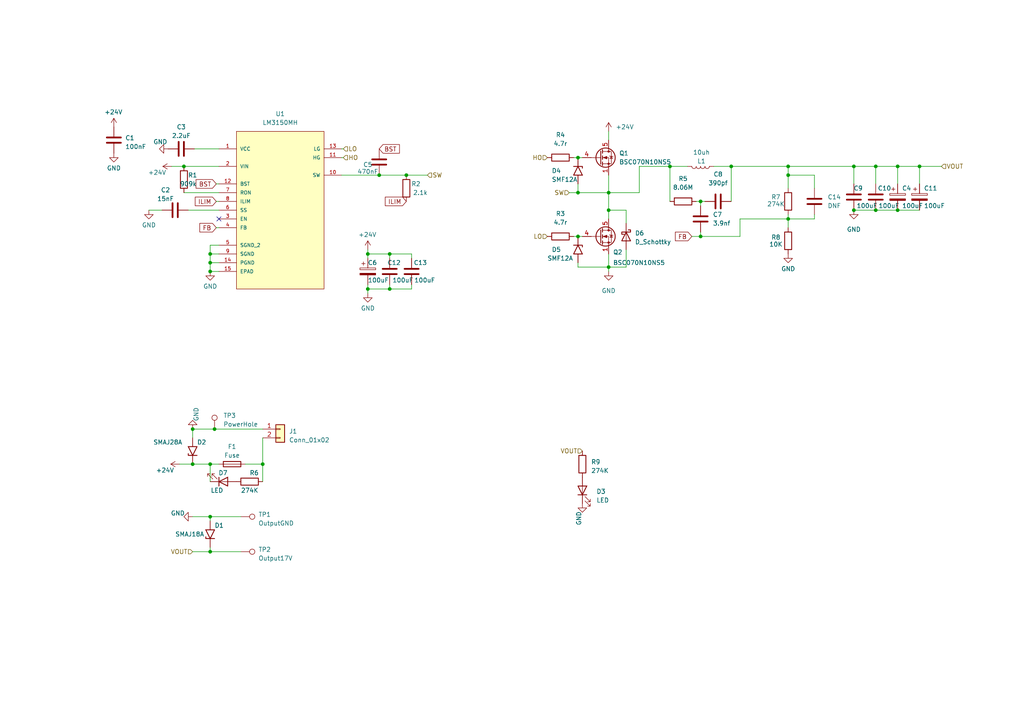
<source format=kicad_sch>
(kicad_sch (version 20230121) (generator eeschema)
  (paper "A4")
  (lib_symbols
    (symbol "0_RM2023:LM3150MH" (pin_names (offset 1.016))
      (property "Reference" "U" (at -4.4958 22.479 0))
      (property "Value" "LM3150MH" (at -6.1214 -28.7528 0))
      (symbol "LM3150MH_0_0"
        (rectangle (start -12.7 -25.4) (end 12.7 20.32) (stroke (width 0.1524)) (fill (type background)))
        (pin power_in line (at -17.78 15.24 0) (length 5.08) (name "VCC") (number "1"))
        (pin output line (at 17.78 7.62 180) (length 5.08) (name "SW") (number "10"))
        (pin output line (at 17.78 12.7 180) (length 5.08) (name "HG") (number "11"))
        (pin input line (at -17.78 5.08 0) (length 5.08) (name "BST") (number "12"))
        (pin output line (at 17.78 15.24 180) (length 5.08) (name "LG") (number "13"))
        (pin passive line (at -17.78 -17.78 0) (length 5.08) (name "PGND") (number "14"))
        (pin passive line (at -17.78 -20.32 0) (length 5.08) (name "EPAD") (number "15"))
        (pin input line (at -17.78 10.16 0) (length 5.08) (name "VIN") (number "2"))
        (pin input line (at -17.78 -5.08 0) (length 5.08) (name "EN") (number "3"))
        (pin input line (at -17.78 -7.62 0) (length 5.08) (name "FB") (number "4"))
        (pin passive line (at -17.78 -12.7 0) (length 5.08) (name "SGND_2") (number "5"))
        (pin input line (at -17.78 -2.54 0) (length 5.08) (name "SS") (number "6"))
        (pin input line (at -17.78 2.54 0) (length 5.08) (name "RON") (number "7"))
        (pin input line (at -17.78 0 0) (length 5.08) (name "ILIM") (number "8"))
        (pin passive line (at -17.78 -15.24 0) (length 5.08) (name "SGND") (number "9"))
      )
    )
    (symbol "Connector:TestPoint" (pin_numbers hide) (pin_names (offset 0.762) hide)
      (property "Reference" "TP" (at 0 6.858 0))
      (property "Value" "TestPoint" (at 0 5.08 0))
      (symbol "TestPoint_0_1"
        (circle (center 0 3.302) (radius 0.762))
      )
      (symbol "TestPoint_1_1"
        (pin passive line (at 0 0 90) (length 2.54) (name "1") (number "1"))
      )
    )
    (symbol "Connector_Generic:Conn_01x02" (pin_names (offset 1.016) hide)
      (property "Reference" "J" (at 0 2.54 0))
      (property "Value" "Conn_01x02" (at 0 -5.08 0))
      (symbol "Conn_01x02_1_1"
        (rectangle (start -1.27 -2.413) (end 0 -2.667) (stroke (width 0.1524)))
        (rectangle (start -1.27 0.127) (end 0 -0.127) (stroke (width 0.1524)))
        (rectangle (start -1.27 1.27) (end 1.27 -3.81) (stroke (width 0.254)) (fill (type background)))
        (pin passive line (at -5.08 0 0) (length 3.81) (name "Pin_1") (number "1"))
        (pin passive line (at -5.08 -2.54 0) (length 3.81) (name "Pin_2") (number "2"))
      )
    )
    (symbol "Device:C" (pin_numbers hide) (pin_names (offset 0.254))
      (property "Reference" "C" (at 0.635 2.54 0))
      (property "Value" "C" (at 0.635 -2.54 0))
      (symbol "C_0_1"
        (polyline (pts (xy -2.032 -0.762) (xy 2.032 -0.762)) (stroke (width 0.508)))
        (polyline (pts (xy -2.032 0.762) (xy 2.032 0.762)) (stroke (width 0.508)))
      )
      (symbol "C_1_1"
        (pin passive line (at 0 3.81 270) (length 2.794) (name "~") (number "1"))
        (pin passive line (at 0 -3.81 90) (length 2.794) (name "~") (number "2"))
      )
    )
    (symbol "Device:C_Polarized" (pin_numbers hide) (pin_names (offset 0.254))
      (property "Reference" "C" (at 0.635 2.54 0))
      (property "Value" "C_Polarized" (at 0.635 -2.54 0))
      (symbol "C_Polarized_0_1"
        (rectangle (start -2.286 0.508) (end 2.286 1.016))
        (polyline (pts (xy -1.778 2.286) (xy -0.762 2.286)))
        (polyline (pts (xy -1.27 2.794) (xy -1.27 1.778)))
        (rectangle (start 2.286 -0.508) (end -2.286 -1.016) (fill (type outline)))
      )
      (symbol "C_Polarized_1_1"
        (pin passive line (at 0 3.81 270) (length 2.794) (name "~") (number "1"))
        (pin passive line (at 0 -3.81 90) (length 2.794) (name "~") (number "2"))
      )
    )
    (symbol "Device:D_Schottky" (pin_numbers hide) (pin_names (offset 1.016) hide)
      (property "Reference" "D" (at 0 2.54 0))
      (property "Value" "D_Schottky" (at 0 -2.54 0))
      (symbol "D_Schottky_0_1"
        (polyline (pts (xy 1.27 0) (xy -1.27 0)))
        (polyline (pts (xy 1.27 1.27) (xy 1.27 -1.27) (xy -1.27 0) (xy 1.27 1.27)) (stroke (width 0.254)))
        (polyline (pts (xy -1.905 0.635) (xy -1.905 1.27) (xy -1.27 1.27) (xy -1.27 -1.27) (xy -0.635 -1.27) (xy -0.635 -0.635)) (stroke (width 0.254)))
      )
      (symbol "D_Schottky_1_1"
        (pin passive line (at -3.81 0 0) (length 2.54) (name "K") (number "1"))
        (pin passive line (at 3.81 0 180) (length 2.54) (name "A") (number "2"))
      )
    )
    (symbol "Device:Fuse" (pin_numbers hide) (pin_names (offset 0))
      (property "Reference" "F" (at 2.032 0 90))
      (property "Value" "Fuse" (at -1.905 0 90))
      (symbol "Fuse_0_1"
        (rectangle (start -0.762 -2.54) (end 0.762 2.54) (stroke (width 0.254)))
        (polyline (pts (xy 0 2.54) (xy 0 -2.54)))
      )
      (symbol "Fuse_1_1"
        (pin passive line (at 0 3.81 270) (length 1.27) (name "~") (number "1"))
        (pin passive line (at 0 -3.81 90) (length 1.27) (name "~") (number "2"))
      )
    )
    (symbol "Device:L" (pin_numbers hide) (pin_names (offset 1.016) hide)
      (property "Reference" "L" (at -1.27 0 90))
      (property "Value" "L" (at 1.905 0 90))
      (symbol "L_0_1"
        (arc (start 0 -2.54) (mid 0.6323 -1.905) (end 0 -1.27))
        (arc (start 0 -1.27) (mid 0.6323 -0.635) (end 0 0))
        (arc (start 0 0) (mid 0.6323 0.635) (end 0 1.27))
        (arc (start 0 1.27) (mid 0.6323 1.905) (end 0 2.54))
      )
      (symbol "L_1_1"
        (pin passive line (at 0 3.81 270) (length 1.27) (name "1") (number "1"))
        (pin passive line (at 0 -3.81 90) (length 1.27) (name "2") (number "2"))
      )
    )
    (symbol "Device:LED" (pin_numbers hide) (pin_names (offset 1.016) hide)
      (property "Reference" "D" (at 0 2.54 0))
      (property "Value" "LED" (at 0 -2.54 0))
      (symbol "LED_0_1"
        (polyline (pts (xy -1.27 -1.27) (xy -1.27 1.27)) (stroke (width 0.254)))
        (polyline (pts (xy -1.27 0) (xy 1.27 0)))
        (polyline (pts (xy 1.27 -1.27) (xy 1.27 1.27) (xy -1.27 0) (xy 1.27 -1.27)) (stroke (width 0.254)))
        (polyline (pts (xy -3.048 -0.762) (xy -4.572 -2.286) (xy -3.81 -2.286) (xy -4.572 -2.286) (xy -4.572 -1.524)))
        (polyline (pts (xy -1.778 -0.762) (xy -3.302 -2.286) (xy -2.54 -2.286) (xy -3.302 -2.286) (xy -3.302 -1.524)))
      )
      (symbol "LED_1_1"
        (pin passive line (at -3.81 0 0) (length 2.54) (name "K") (number "1"))
        (pin passive line (at 3.81 0 180) (length 2.54) (name "A") (number "2"))
      )
    )
    (symbol "Device:R" (pin_numbers hide) (pin_names (offset 0))
      (property "Reference" "R" (at 2.032 0 90))
      (property "Value" "R" (at 0 0 90))
      (symbol "R_0_1"
        (rectangle (start -1.016 -2.54) (end 1.016 2.54) (stroke (width 0.254)))
      )
      (symbol "R_1_1"
        (pin passive line (at 0 3.81 270) (length 1.27) (name "~") (number "1"))
        (pin passive line (at 0 -3.81 90) (length 1.27) (name "~") (number "2"))
      )
    )
    (symbol "Diode:SM6T30A" (pin_numbers hide) (pin_names (offset 1.016) hide)
      (property "Reference" "D" (at 0 2.54 0))
      (property "Value" "SM6T30A" (at 0 -2.54 0))
      (symbol "SM6T30A_0_1"
        (polyline (pts (xy -0.762 1.27) (xy -1.27 1.27) (xy -1.27 -1.27)) (stroke (width 0.254)))
        (polyline (pts (xy 1.27 1.27) (xy 1.27 -1.27) (xy -1.27 0) (xy 1.27 1.27)) (stroke (width 0.254)))
      )
      (symbol "SM6T30A_1_1"
        (pin passive line (at -3.81 0 0) (length 2.54) (name "A1") (number "1"))
        (pin passive line (at 3.81 0 180) (length 2.54) (name "A2") (number "2"))
      )
    )
    (symbol "Diode:SMF12A" (pin_numbers hide) (pin_names (offset 1.016) hide)
      (property "Reference" "D" (at 0 2.54 0))
      (property "Value" "SMF12A" (at 0 -2.54 0))
      (symbol "SMF12A_0_1"
        (polyline (pts (xy -0.762 1.27) (xy -1.27 1.27) (xy -1.27 -1.27)) (stroke (width 0.254)))
        (polyline (pts (xy 1.27 1.27) (xy 1.27 -1.27) (xy -1.27 0) (xy 1.27 1.27)) (stroke (width 0.254)))
      )
      (symbol "SMF12A_1_1"
        (pin passive line (at -3.81 0 0) (length 2.54) (name "A1") (number "1"))
        (pin passive line (at 3.81 0 180) (length 2.54) (name "A2") (number "2"))
      )
    )
    (symbol "Transistor_FET:BSC070N10NS5" (pin_names hide)
      (property "Reference" "Q" (at 5.08 1.905 0))
      (property "Value" "BSC070N10NS5" (at 5.08 0 0))
      (symbol "BSC070N10NS5_0_1"
        (polyline (pts (xy 0.254 0) (xy -2.54 0)))
        (polyline (pts (xy 0.254 1.905) (xy 0.254 -1.905)) (stroke (width 0.254)))
        (polyline (pts (xy 0.762 -1.27) (xy 0.762 -2.286)) (stroke (width 0.254)))
        (polyline (pts (xy 0.762 0.508) (xy 0.762 -0.508)) (stroke (width 0.254)))
        (polyline (pts (xy 0.762 2.286) (xy 0.762 1.27)) (stroke (width 0.254)))
        (polyline (pts (xy 2.54 2.54) (xy 2.54 1.778)))
        (polyline (pts (xy 2.54 -2.54) (xy 2.54 0) (xy 0.762 0)))
        (polyline (pts (xy 0.762 -1.778) (xy 3.302 -1.778) (xy 3.302 1.778) (xy 0.762 1.778)))
        (polyline (pts (xy 1.016 0) (xy 2.032 0.381) (xy 2.032 -0.381) (xy 1.016 0)) (fill (type outline)))
        (polyline (pts (xy 2.794 0.508) (xy 2.921 0.381) (xy 3.683 0.381) (xy 3.81 0.254)))
        (polyline (pts (xy 3.302 0.381) (xy 2.921 -0.254) (xy 3.683 -0.254) (xy 3.302 0.381)))
        (circle (center 1.651 0) (radius 2.794) (stroke (width 0.254)))
        (circle (center 2.54 -1.778) (radius 0.254) (fill (type outline)))
        (circle (center 2.54 1.778) (radius 0.254) (fill (type outline)))
      )
      (symbol "BSC070N10NS5_1_1"
        (pin passive line (at 2.54 -5.08 90) (length 2.54) (name "S") (number "1"))
        (pin passive line (at 2.54 -5.08 90) (length 2.54) hide (name "S") (number "2"))
        (pin passive line (at 2.54 -5.08 90) (length 2.54) hide (name "S") (number "3"))
        (pin passive line (at -5.08 0 0) (length 2.54) (name "G") (number "4"))
        (pin passive line (at 2.54 5.08 270) (length 2.54) (name "D") (number "5"))
      )
    )
    (symbol "power:+24V" (power) (pin_names (offset 0))
      (property "Value" "+24V" (at 0 3.556 0))
      (symbol "+24V_0_1"
        (polyline (pts (xy -0.762 1.27) (xy 0 2.54)))
        (polyline (pts (xy 0 0) (xy 0 2.54)))
        (polyline (pts (xy 0 2.54) (xy 0.762 1.27)))
      )
      (symbol "+24V_1_1"
        (pin power_in line (at 0 0 90) (length 0) hide (name "+24V") (number "1"))
      )
    )
    (symbol "power:GND" (power) (pin_names (offset 0))
      (property "Value" "GND" (at 0 -3.81 0))
      (symbol "GND_0_1"
        (polyline (pts (xy 0 0) (xy 0 -1.27) (xy 1.27 -1.27) (xy 0 -2.54) (xy -1.27 -1.27) (xy 0 -1.27)))
      )
      (symbol "GND_1_1"
        (pin power_in line (at 0 0 270) (length 0) hide (name "GND") (number "1"))
      )
    )
  )
  (junction (at 76.2 134.62))
  (junction (at 60.96 78.74))
  (junction (at 109.982 50.8))
  (junction (at 228.6 63.5))
  (junction (at 260.35 48.26))
  (junction (at 203.2 58.42))
  (junction (at 260.35 60.96))
  (junction (at 53.34 48.26))
  (junction (at 55.88 134.62))
  (junction (at 117.856 50.8))
  (junction (at 247.65 60.96))
  (junction (at 176.53 55.88))
  (junction (at 167.64 55.88))
  (junction (at 228.6 50.8))
  (junction (at 167.64 45.72))
  (junction (at 266.7 48.26))
  (junction (at 203.2 68.58))
  (junction (at 254 48.26))
  (junction (at 55.88 124.46))
  (junction (at 194.31 48.26))
  (junction (at 176.53 60.96))
  (junction (at 254 60.96))
  (junction (at 60.96 73.66))
  (junction (at 247.65 48.26))
  (junction (at 176.53 77.47))
  (junction (at 106.68 83.82))
  (junction (at 113.03 73.66))
  (junction (at 62.23 124.46))
  (junction (at 212.09 48.26))
  (junction (at 60.96 76.2))
  (junction (at 167.64 68.58))
  (junction (at 60.96 149.86))
  (junction (at 60.96 160.02))
  (junction (at 113.03 83.82))
  (junction (at 106.68 73.66))
  (junction (at 228.6 48.26))
  (junction (at 60.96 134.62))
  (no_connect (at 63.5 63.5))
  (wire (pts (xy 228.6 48.26) (xy 228.6 50.8)))
  (wire (pts (xy 53.34 48.26) (xy 63.5 48.26)))
  (wire (pts (xy 60.96 71.12) (xy 60.96 73.66)))
  (wire (pts (xy 119.38 82.55) (xy 119.38 83.82)))
  (wire (pts (xy 247.65 48.26) (xy 254 48.26)))
  (wire (pts (xy 60.96 76.2) (xy 60.96 78.74)))
  (wire (pts (xy 167.64 68.58) (xy 168.91 68.58)))
  (wire (pts (xy 236.22 63.5) (xy 228.6 63.5)))
  (wire (pts (xy 236.22 50.8) (xy 236.22 54.61)))
  (wire (pts (xy 56.388 43.18) (xy 63.5 43.18)))
  (wire (pts (xy 60.96 134.62) (xy 63.5 134.62)))
  (wire (pts (xy 166.37 68.58) (xy 167.64 68.58)))
  (wire (pts (xy 185.42 48.26) (xy 194.31 48.26)))
  (wire (pts (xy 165.1 55.88) (xy 167.64 55.88)))
  (wire (pts (xy 176.53 60.96) (xy 176.53 63.5)))
  (wire (pts (xy 55.88 160.02) (xy 60.96 160.02)))
  (wire (pts (xy 176.53 38.1) (xy 176.53 40.64)))
  (wire (pts (xy 106.68 73.66) (xy 106.68 74.93)))
  (wire (pts (xy 181.61 72.39) (xy 181.61 77.47)))
  (wire (pts (xy 266.7 48.26) (xy 273.05 48.26)))
  (wire (pts (xy 203.2 67.31) (xy 203.2 68.58)))
  (wire (pts (xy 60.96 149.86) (xy 60.96 151.13)))
  (wire (pts (xy 62.23 124.46) (xy 76.2 124.46)))
  (wire (pts (xy 99.06 43.18) (xy 99.568 43.18)))
  (wire (pts (xy 52.07 134.62) (xy 55.88 134.62)))
  (wire (pts (xy 53.34 55.88) (xy 63.5 55.88)))
  (wire (pts (xy 166.37 45.72) (xy 167.64 45.72)))
  (wire (pts (xy 204.47 58.42) (xy 203.2 58.42)))
  (wire (pts (xy 76.2 134.62) (xy 76.2 139.7)))
  (wire (pts (xy 49.784 48.26) (xy 53.34 48.26)))
  (wire (pts (xy 203.2 68.58) (xy 214.63 68.58)))
  (wire (pts (xy 106.68 73.66) (xy 113.03 73.66)))
  (wire (pts (xy 176.53 77.47) (xy 176.53 73.66)))
  (wire (pts (xy 260.35 60.96) (xy 266.7 60.96)))
  (wire (pts (xy 228.6 50.8) (xy 236.22 50.8)))
  (wire (pts (xy 194.31 48.26) (xy 194.31 58.42)))
  (wire (pts (xy 106.68 85.09) (xy 106.68 83.82)))
  (wire (pts (xy 228.6 63.5) (xy 228.6 62.23)))
  (wire (pts (xy 113.03 73.66) (xy 113.03 74.93)))
  (wire (pts (xy 60.96 134.62) (xy 60.96 139.7)))
  (wire (pts (xy 254 60.96) (xy 260.35 60.96)))
  (wire (pts (xy 254 48.26) (xy 260.35 48.26)))
  (wire (pts (xy 55.88 124.46) (xy 55.88 127)))
  (wire (pts (xy 176.53 55.88) (xy 176.53 60.96)))
  (wire (pts (xy 181.61 60.96) (xy 181.61 64.77)))
  (wire (pts (xy 106.68 83.82) (xy 106.68 82.55)))
  (wire (pts (xy 55.88 149.86) (xy 60.96 149.86)))
  (wire (pts (xy 203.2 58.42) (xy 203.2 59.69)))
  (wire (pts (xy 60.96 160.02) (xy 69.85 160.02)))
  (wire (pts (xy 200.66 68.58) (xy 203.2 68.58)))
  (wire (pts (xy 99.06 45.72) (xy 99.568 45.72)))
  (wire (pts (xy 63.5 58.42) (xy 62.738 58.42)))
  (wire (pts (xy 106.68 72.39) (xy 106.68 73.66)))
  (wire (pts (xy 55.88 134.62) (xy 60.96 134.62)))
  (wire (pts (xy 60.96 78.74) (xy 63.5 78.74)))
  (wire (pts (xy 167.64 45.72) (xy 168.91 45.72)))
  (wire (pts (xy 43.18 60.96) (xy 46.99 60.96)))
  (wire (pts (xy 60.96 149.86) (xy 69.85 149.86)))
  (wire (pts (xy 228.6 66.04) (xy 228.6 63.5)))
  (wire (pts (xy 176.53 78.74) (xy 176.53 77.47)))
  (wire (pts (xy 113.03 82.55) (xy 113.03 83.82)))
  (wire (pts (xy 119.38 74.93) (xy 119.38 73.66)))
  (wire (pts (xy 254 48.26) (xy 254 53.34)))
  (wire (pts (xy 113.03 83.82) (xy 119.38 83.82)))
  (wire (pts (xy 167.64 76.2) (xy 167.64 77.47)))
  (wire (pts (xy 181.61 77.47) (xy 176.53 77.47)))
  (wire (pts (xy 199.39 48.26) (xy 194.31 48.26)))
  (wire (pts (xy 60.96 73.66) (xy 60.96 76.2)))
  (wire (pts (xy 54.61 60.96) (xy 63.5 60.96)))
  (wire (pts (xy 167.64 77.47) (xy 176.53 77.47)))
  (wire (pts (xy 236.22 62.23) (xy 236.22 63.5)))
  (wire (pts (xy 212.09 48.26) (xy 228.6 48.26)))
  (wire (pts (xy 214.63 68.58) (xy 214.63 63.5)))
  (wire (pts (xy 63.5 71.12) (xy 60.96 71.12)))
  (wire (pts (xy 228.6 50.8) (xy 228.6 54.61)))
  (wire (pts (xy 63.5 66.04) (xy 62.738 66.04)))
  (wire (pts (xy 185.42 55.88) (xy 185.42 48.26)))
  (wire (pts (xy 106.68 83.82) (xy 113.03 83.82)))
  (wire (pts (xy 99.06 50.8) (xy 109.982 50.8)))
  (wire (pts (xy 247.65 60.96) (xy 254 60.96)))
  (wire (pts (xy 260.35 48.26) (xy 266.7 48.26)))
  (wire (pts (xy 63.5 73.66) (xy 60.96 73.66)))
  (wire (pts (xy 63.5 76.2) (xy 60.96 76.2)))
  (wire (pts (xy 214.63 63.5) (xy 228.6 63.5)))
  (wire (pts (xy 167.64 55.88) (xy 176.53 55.88)))
  (wire (pts (xy 203.2 58.42) (xy 201.93 58.42)))
  (wire (pts (xy 55.88 124.46) (xy 62.23 124.46)))
  (wire (pts (xy 266.7 48.26) (xy 266.7 53.34)))
  (wire (pts (xy 228.6 48.26) (xy 247.65 48.26)))
  (wire (pts (xy 71.12 134.62) (xy 76.2 134.62)))
  (wire (pts (xy 176.53 55.88) (xy 185.42 55.88)))
  (wire (pts (xy 260.35 48.26) (xy 260.35 53.34)))
  (wire (pts (xy 63.5 53.34) (xy 62.738 53.34)))
  (wire (pts (xy 117.856 50.8) (xy 123.952 50.8)))
  (wire (pts (xy 212.09 48.26) (xy 212.09 58.42)))
  (wire (pts (xy 167.64 53.34) (xy 167.64 55.88)))
  (wire (pts (xy 212.09 48.26) (xy 207.01 48.26)))
  (wire (pts (xy 176.53 60.96) (xy 181.61 60.96)))
  (wire (pts (xy 176.53 50.8) (xy 176.53 55.88)))
  (wire (pts (xy 60.96 158.75) (xy 60.96 160.02)))
  (wire (pts (xy 113.03 73.66) (xy 119.38 73.66)))
  (wire (pts (xy 76.2 127) (xy 76.2 134.62)))
  (wire (pts (xy 109.982 50.8) (xy 117.856 50.8)))
  (wire (pts (xy 247.65 48.26) (xy 247.65 53.34)))
  (global_label "ILIM" (shape input) (at 62.738 58.42 180) (property "Intersheetrefs" "${INTERSHEET_REFS}" (effects hide)))
  (global_label "FB" (shape input) (at 200.66 68.58 180) (property "Intersheetrefs" "${INTERSHEET_REFS}" (effects hide)))
  (global_label "BST" (shape input) (at 109.982 43.18 0) (property "Intersheetrefs" "${INTERSHEET_REFS}" (effects hide)))
  (global_label "ILIM" (shape input) (at 117.856 58.42 180) (property "Intersheetrefs" "${INTERSHEET_REFS}" (effects hide)))
  (global_label "FB" (shape input) (at 62.738 66.04 180) (property "Intersheetrefs" "${INTERSHEET_REFS}" (effects hide)))
  (global_label "BST" (shape input) (at 62.738 53.34 180) (property "Intersheetrefs" "${INTERSHEET_REFS}" (effects hide)))
  (hierarchical_label "SW" (shape input) (at 165.1 55.88 180))
  (hierarchical_label "HO" (shape input) (at 158.75 45.72 180))
  (hierarchical_label "HO" (shape input) (at 99.568 45.72 0))
  (hierarchical_label "VOUT" (shape input) (at 55.88 160.02 180))
  (hierarchical_label "VOUT" (shape input) (at 168.91 130.81 180))
  (hierarchical_label "SW" (shape input) (at 123.952 50.8 0))
  (hierarchical_label "LO" (shape input) (at 158.75 68.58 180))
  (hierarchical_label "LO" (shape input) (at 99.568 43.18 0))
  (hierarchical_label "VOUT" (shape input) (at 273.05 48.26 0))
  (symbol (lib_id "Transistor_FET:BSC070N10NS5") (at 173.99 45.72 0) (unit 1)
    (property "Reference" "Q1" (at 179.578 44.4499 0) (effects (justify left)))
    (property "Value" "BSC070N10NS5" (at 179.578 46.9899 0) (effects (justify left)))
    (property "Footprint" "Package_TO_SOT_SMD:TDSON-8-1" (effects hide))
    (property "Datasheet" "http://www.infineon.com/dgdl/Infineon-BSC070N10NS5-DS-v02_01-EN.pdf?fileId=5546d4624a0bf290014a0fc62d9d6b3c" (effects hide))
  )
  (symbol (lib_id "power:GND") (at 168.91 146.05 0) (unit 1)
    (property "Reference" "#PWR0114" (effects hide))
    (property "Value" "GND" (at 167.894 152.4 90) (effects (justify left)))
  )
  (symbol (lib_id "Device:LED") (at 64.77 139.7 0) (mirror x) (unit 1)
    (property "Reference" "D7" (at 66.04 137.16 0) (effects (justify right)))
    (property "Value" "LED" (at 64.77 142.24 0) (effects (justify right)))
    (property "Footprint" "LED_SMD:LED_0603_1608Metric" (effects hide))
  )
  (symbol (lib_id "Device:C") (at 109.982 46.99 180) (unit 1)
    (property "Reference" "C5" (at 106.68 47.752 0))
    (property "Value" "470nF" (at 106.68 49.784 0))
    (property "Footprint" "Capacitor_SMD:C_0603_1608Metric" (effects hide))
  )
  (symbol (lib_id "Device:R") (at 72.39 139.7 270) (mirror x) (unit 1)
    (property "Reference" "R6" (at 72.39 137.16 90) (effects (justify left)))
    (property "Value" "274K" (at 69.85 142.24 90) (effects (justify left)))
    (property "Footprint" "Resistor_SMD:R_0603_1608Metric" (effects hide))
  )
  (symbol (lib_id "Device:L") (at 203.2 48.26 90) (mirror x) (unit 1)
    (property "Reference" "L1" (at 203.454 46.736 90))
    (property "Value" "10uh" (at 203.454 44.196 90))
    (property "Footprint" "0_RM2023:Inductor_RM6" (effects hide))
  )
  (symbol (lib_id "Device:LED") (at 168.91 142.24 90) (unit 1)
    (property "Reference" "D3" (at 172.974 142.5574 90) (effects (justify right)))
    (property "Value" "LED" (at 172.974 145.0974 90) (effects (justify right)))
    (property "Footprint" "LED_SMD:LED_0603_1608Metric" (effects hide))
  )
  (symbol (lib_id "Device:C_Polarized") (at 260.35 57.15 0) (unit 1)
    (property "Reference" "C4" (at 261.62 54.61 0) (effects (justify left)))
    (property "Value" "100uF" (at 261.62 59.69 0) (effects (justify left)))
    (property "Footprint" "Capacitor_SMD:CP_Elec_10x10.5" (effects hide))
  )
  (symbol (lib_id "power:GND") (at 55.88 149.86 270) (unit 1)
    (property "Reference" "#PWR0113" (effects hide))
    (property "Value" "GND" (at 49.53 148.844 90) (effects (justify left)))
  )
  (symbol (lib_id "Connector:TestPoint") (at 69.85 149.86 270) (unit 1)
    (property "Reference" "TP1" (at 74.93 149.225 90) (effects (justify left)))
    (property "Value" "OutputGND" (at 74.93 151.765 90) (effects (justify left)))
    (property "Footprint" "TestPoint:TestPoint_Plated_Hole_D3.0mm" (effects hide))
  )
  (symbol (lib_id "Device:R") (at 228.6 58.42 180) (unit 1)
    (property "Reference" "R7" (at 225.044 57.15 0))
    (property "Value" "274K" (at 225.044 59.182 0))
    (property "Footprint" "Resistor_SMD:R_0603_1608Metric" (effects hide))
  )
  (symbol (lib_id "0_RM2023:LM3150MH") (at 81.28 58.42 0) (unit 1)
    (property "Reference" "U1" (at 81.28 33.02 0))
    (property "Value" "LM3150MH" (at 81.28 35.56 0))
    (property "Footprint" "Package_SO:HTSSOP-14-1EP_4.4x5mm_P0.65mm_EP3.4x5mm_Mask3x3.1mm" (effects hide))
    (property "PACKAGE" "TSSOP-14" (effects hide))
    (property "OC_NEWARK" "34P4821" (effects hide))
    (property "MPN" "LM3150MH" (effects hide))
    (property "OC_FARNELL" "-" (effects hide))
    (property "SUPPLIER" "National Semiconductor" (effects hide))
  )
  (symbol (lib_id "Diode:SM6T30A") (at 60.96 154.94 90) (unit 1)
    (property "Reference" "D1" (at 62.23 152.4 90) (effects (justify right)))
    (property "Value" "SMAJ18A" (at 50.8 154.94 90) (effects (justify right)))
    (property "Footprint" "Diode_SMD:D_SMB" (effects hide))
    (property "Datasheet" "https://www.st.com/resource/en/datasheet/sm6t.pdf" (effects hide))
  )
  (symbol (lib_id "Device:D_Schottky") (at 181.61 68.58 270) (unit 1)
    (property "Reference" "D6" (at 184.15 67.6275 90) (effects (justify left)))
    (property "Value" "D_Schottky" (at 184.15 70.1675 90) (effects (justify left)))
    (property "Footprint" "Diode_SMD:D_PowerDI-5" (effects hide))
  )
  (symbol (lib_id "Device:R") (at 53.34 52.07 0) (mirror x) (unit 1)
    (property "Reference" "R1" (at 55.88 50.8 0))
    (property "Value" "909k" (at 54.61 53.34 0))
    (property "Footprint" "Resistor_SMD:R_0603_1608Metric" (effects hide))
  )
  (symbol (lib_id "Device:C") (at 50.8 60.96 90) (unit 1)
    (property "Reference" "C2" (at 48.006 55.118 90))
    (property "Value" "15nF" (at 48.006 57.658 90))
    (property "Footprint" "Capacitor_SMD:C_0603_1608Metric" (effects hide))
  )
  (symbol (lib_id "Device:C") (at 33.02 40.64 0) (unit 1)
    (property "Reference" "C1" (at 36.322 40.005 0) (effects (justify left)))
    (property "Value" "100nF" (at 36.322 42.545 0) (effects (justify left)))
    (property "Footprint" "Capacitor_SMD:C_0603_1608Metric" (effects hide))
  )
  (symbol (lib_id "power:GND") (at 33.02 44.45 0) (unit 1)
    (property "Reference" "#PWR0116" (effects hide))
    (property "Value" "GND" (at 30.988 48.768 0) (effects (justify left)))
  )
  (symbol (lib_id "Device:R") (at 228.6 69.85 180) (unit 1)
    (property "Reference" "R8" (at 225.044 68.834 0))
    (property "Value" "10K" (at 225.044 70.866 0))
    (property "Footprint" "Resistor_SMD:R_0603_1608Metric" (effects hide))
  )
  (symbol (lib_id "Device:C") (at 208.28 58.42 90) (unit 1)
    (property "Reference" "C8" (at 208.28 50.546 90))
    (property "Value" "390pf" (at 208.28 53.086 90))
    (property "Footprint" "Capacitor_SMD:C_0603_1608Metric" (effects hide))
  )
  (symbol (lib_id "Device:C") (at 203.2 63.5 180) (unit 1)
    (property "Reference" "C7" (at 206.756 62.2299 0) (effects (justify right)))
    (property "Value" "3.9nf" (at 206.756 64.7699 0) (effects (justify right)))
    (property "Footprint" "Capacitor_SMD:C_0603_1608Metric" (effects hide))
  )
  (symbol (lib_id "Device:C") (at 236.22 58.42 180) (unit 1)
    (property "Reference" "C14" (at 240.03 57.1499 0) (effects (justify right)))
    (property "Value" "DNF" (at 240.03 59.6899 0) (effects (justify right)))
    (property "Footprint" "Capacitor_SMD:C_0603_1608Metric" (effects hide))
  )
  (symbol (lib_id "Device:R") (at 168.91 134.62 0) (unit 1)
    (property "Reference" "R9" (at 171.45 133.985 0) (effects (justify left)))
    (property "Value" "274K" (at 171.45 136.525 0) (effects (justify left)))
    (property "Footprint" "Resistor_SMD:R_0603_1608Metric" (effects hide))
  )
  (symbol (lib_id "power:GND") (at 247.65 60.96 0) (unit 1)
    (property "Reference" "#PWR02" (effects hide))
    (property "Value" "GND" (at 247.65 66.548 0))
  )
  (symbol (lib_id "power:GND") (at 106.68 85.09 0) (unit 1)
    (property "Reference" "#PWR0103" (effects hide))
    (property "Value" "GND" (at 104.648 89.408 0) (effects (justify left)))
  )
  (symbol (lib_id "power:+24V") (at 52.07 134.62 90) (unit 1)
    (property "Reference" "#PWR0112" (effects hide))
    (property "Value" "+24V" (at 45.212 136.398 90) (effects (justify right)))
  )
  (symbol (lib_id "power:GND") (at 43.18 60.96 0) (unit 1)
    (property "Reference" "#PWR03" (effects hide))
    (property "Value" "GND" (at 41.148 65.278 0) (effects (justify left)))
  )
  (symbol (lib_id "Device:R") (at 198.12 58.42 90) (unit 1)
    (property "Reference" "R5" (at 198.12 51.816 90))
    (property "Value" "8.06M" (at 198.12 54.356 90))
    (property "Footprint" "Resistor_SMD:R_0603_1608Metric" (effects hide))
  )
  (symbol (lib_id "Device:R") (at 117.856 54.61 180) (unit 1)
    (property "Reference" "R2" (at 120.65 53.34 0))
    (property "Value" "2.1k" (at 121.92 55.88 0))
    (property "Footprint" "Resistor_SMD:R_0603_1608Metric" (effects hide))
  )
  (symbol (lib_id "Device:C") (at 52.578 43.18 90) (unit 1)
    (property "Reference" "C3" (at 52.578 36.83 90))
    (property "Value" "2.2uF" (at 52.578 39.37 90))
    (property "Footprint" "Capacitor_SMD:C_1206_3216Metric_Pad1.33x1.80mm_HandSolder" (effects hide))
  )
  (symbol (lib_id "power:+24V") (at 176.53 38.1 0) (unit 1)
    (property "Reference" "#PWR0109" (effects hide))
    (property "Value" "+24V" (at 178.562 36.8299 0) (effects (justify left)))
  )
  (symbol (lib_id "power:+24V") (at 33.02 36.83 0) (unit 1)
    (property "Reference" "#PWR0115" (effects hide))
    (property "Value" "+24V" (at 35.56 32.512 0) (effects (justify right)))
  )
  (symbol (lib_id "Device:R") (at 162.56 45.72 90) (unit 1)
    (property "Reference" "R4" (at 162.56 39.116 90))
    (property "Value" "4.7r" (at 162.56 41.656 90))
    (property "Footprint" "Resistor_SMD:R_0603_1608Metric" (effects hide))
  )
  (symbol (lib_id "power:GND") (at 55.88 124.46 180) (unit 1)
    (property "Reference" "#PWR0111" (effects hide))
    (property "Value" "GND" (at 56.896 118.11 90) (effects (justify left)))
  )
  (symbol (lib_id "Device:Fuse") (at 67.31 134.62 90) (unit 1)
    (property "Reference" "F1" (at 67.31 129.54 90))
    (property "Value" "Fuse" (at 67.31 132.08 90))
    (property "Footprint" "Fuse:Fuseholder_Littelfuse_Nano2_157x" (effects hide))
  )
  (symbol (lib_id "Device:C_Polarized") (at 266.7 57.15 0) (unit 1)
    (property "Reference" "C11" (at 267.97 54.61 0) (effects (justify left)))
    (property "Value" "100uF" (at 267.97 59.69 0) (effects (justify left)))
    (property "Footprint" "Capacitor_SMD:CP_Elec_10x10.5" (effects hide))
  )
  (symbol (lib_id "power:+24V") (at 106.68 72.39 0) (unit 1)
    (property "Reference" "#PWR0102" (effects hide))
    (property "Value" "+24V" (at 109.22 68.072 0) (effects (justify right)))
  )
  (symbol (lib_id "power:GND") (at 48.768 43.18 270) (unit 1)
    (property "Reference" "#PWR0107" (effects hide))
    (property "Value" "GND" (at 44.45 41.148 90) (effects (justify left)))
  )
  (symbol (lib_id "Transistor_FET:BSC070N10NS5") (at 173.99 68.58 0) (unit 1)
    (property "Reference" "Q2" (at 177.8 73.152 0) (effects (justify left)))
    (property "Value" "BSC070N10NS5" (at 177.8 76.2 0) (effects (justify left)))
    (property "Footprint" "Package_TO_SOT_SMD:TDSON-8-1" (effects hide))
    (property "Datasheet" "http://www.infineon.com/dgdl/Infineon-BSC070N10NS5-DS-v02_01-EN.pdf?fileId=5546d4624a0bf290014a0fc62d9d6b3c" (effects hide))
  )
  (symbol (lib_id "Device:C") (at 113.03 78.74 180) (unit 1)
    (property "Reference" "C12" (at 114.3 76.2 0))
    (property "Value" "100uF" (at 116.84 81.28 0))
    (property "Footprint" "Capacitor_SMD:C_1206_3216Metric" (effects hide))
  )
  (symbol (lib_id "Diode:SMF12A") (at 167.64 72.39 270) (unit 1)
    (property "Reference" "D5" (at 160.02 72.39 90) (effects (justify left)))
    (property "Value" "SMF12A" (at 158.75 74.93 90) (effects (justify left)))
    (property "Footprint" "Diode_SMD:D_SMF" (effects hide))
    (property "Datasheet" "https://www.vishay.com/doc?85881" (effects hide))
  )
  (symbol (lib_id "Diode:SMF12A") (at 167.64 49.53 270) (unit 1)
    (property "Reference" "D4" (at 160.02 49.53 90) (effects (justify left)))
    (property "Value" "SMF12A" (at 160.02 52.07 90) (effects (justify left)))
    (property "Footprint" "Diode_SMD:D_SMF" (effects hide))
    (property "Datasheet" "https://www.vishay.com/doc?85881" (effects hide))
  )
  (symbol (lib_id "Device:C") (at 247.65 57.15 180) (unit 1)
    (property "Reference" "C9" (at 248.92 54.61 0))
    (property "Value" "100uF" (at 251.46 59.69 0))
    (property "Footprint" "Capacitor_SMD:C_1206_3216Metric" (effects hide))
  )
  (symbol (lib_id "power:+24V") (at 49.784 48.26 90) (unit 1)
    (property "Reference" "#PWR0108" (effects hide))
    (property "Value" "+24V" (at 42.926 50.038 90) (effects (justify right)))
  )
  (symbol (lib_id "Device:R") (at 162.56 68.58 90) (unit 1)
    (property "Reference" "R3" (at 162.56 61.976 90))
    (property "Value" "4.7r" (at 162.56 64.516 90))
    (property "Footprint" "Resistor_SMD:R_0603_1608Metric" (effects hide))
  )
  (symbol (lib_id "power:GND") (at 228.6 73.66 0) (unit 1)
    (property "Reference" "#PWR01" (effects hide))
    (property "Value" "GND" (at 226.568 77.978 0) (effects (justify left)))
  )
  (symbol (lib_id "Connector:TestPoint") (at 69.85 160.02 270) (unit 1)
    (property "Reference" "TP2" (at 74.93 159.385 90) (effects (justify left)))
    (property "Value" "Output17V" (at 74.93 161.925 90) (effects (justify left)))
    (property "Footprint" "TestPoint:TestPoint_Plated_Hole_D3.0mm" (effects hide))
  )
  (symbol (lib_id "power:GND") (at 176.53 78.74 0) (unit 1)
    (property "Reference" "#PWR0110" (effects hide))
    (property "Value" "GND" (at 176.53 84.328 0))
  )
  (symbol (lib_id "Device:C_Polarized") (at 106.68 78.74 0) (unit 1)
    (property "Reference" "C6" (at 106.68 76.2 0) (effects (justify left)))
    (property "Value" "100uF" (at 106.68 81.28 0) (effects (justify left)))
    (property "Footprint" "Capacitor_SMD:CP_Elec_10x10.5" (effects hide))
  )
  (symbol (lib_id "Connector:TestPoint") (at 62.23 124.46 0) (unit 1)
    (property "Reference" "TP3" (at 64.77 120.523 0) (effects (justify left)))
    (property "Value" "PowerHole" (at 64.77 123.063 0) (effects (justify left)))
    (property "Footprint" "TestPoint:TestPoint_Plated_Hole_D2.0mm" (effects hide))
  )
  (symbol (lib_id "Device:C") (at 254 57.15 180) (unit 1)
    (property "Reference" "C10" (at 256.54 54.61 0))
    (property "Value" "100uF" (at 257.81 59.69 0))
    (property "Footprint" "Capacitor_SMD:C_1206_3216Metric" (effects hide))
  )
  (symbol (lib_id "Diode:SM6T30A") (at 55.88 130.81 90) (unit 1)
    (property "Reference" "D2" (at 57.15 128.27 90) (effects (justify right)))
    (property "Value" "SMAJ28A" (at 44.45 128.27 90) (effects (justify right)))
    (property "Footprint" "Diode_SMD:D_SMB" (effects hide))
    (property "Datasheet" "https://www.st.com/resource/en/datasheet/sm6t.pdf" (effects hide))
  )
  (symbol (lib_id "Connector_Generic:Conn_01x02") (at 81.28 124.46 0) (unit 1)
    (property "Reference" "J1" (at 83.82 125.095 0) (effects (justify left)))
    (property "Value" "Conn_01x02" (at 83.82 127.635 0) (effects (justify left)))
    (property "Footprint" "Connector_AMASS:AMASS_XT30PW-M_1x02_P2.50mm_Horizontal" (effects hide))
  )
  (symbol (lib_id "Device:C") (at 119.38 78.74 180) (unit 1)
    (property "Reference" "C13" (at 121.92 76.2 0))
    (property "Value" "100uF" (at 123.19 81.28 0))
    (property "Footprint" "Capacitor_SMD:C_1206_3216Metric" (effects hide))
  )
  (symbol (lib_id "power:GND") (at 60.96 78.74 0) (unit 1)
    (property "Reference" "#PWR0105" (effects hide))
    (property "Value" "GND" (at 58.928 83.058 0) (effects (justify left)))
  )
)
</source>
